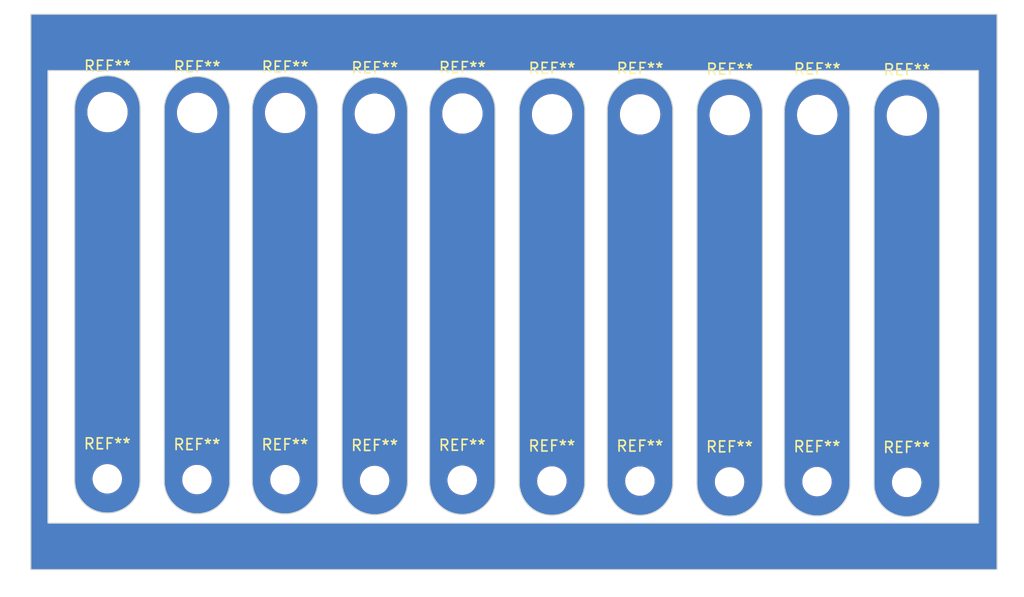
<source format=kicad_pcb>
(kicad_pcb (version 20221018) (generator pcbnew)
  (layers (0 "F.Cu" signal) (31 "B.Cu" signal) (34 "B.Paste" user) (35 "F.Paste" user) (36 "B.SilkS" user "B.Silkscreen") (37 "F.SilkS" user "F.Silkscreen") (38 "B.Mask" user) (39 "F.Mask" user) (44 "Edge.Cuts" user))
  (net 0 "")
  (footprint "MountingHole:MountingHole_2.2mm_M2" (layer "F.Cu") (at 142.6 89.13)
    (fp_text reference "REF**" (at 0 -3.2) (layer "F.SilkS"))
    (fp_text value "MountingHole_2.2mm_M2")
    (pad "" np_thru_hole circle (at 0 0) (size 2.2 2.2) (drill 2.2) (layers "*.Cu" "*.Mask"))
  )
  (footprint "MountingHole:MountingHole_2.2mm_M2" (layer "F.Cu") (at 134.55 89.12)
    (fp_text reference "REF**" (at 0 -3.2) (layer "F.SilkS"))
    (fp_text value "MountingHole_2.2mm_M2")
    (pad "" np_thru_hole circle (at 0 0) (size 2.2 2.2) (drill 2.2) (layers "*.Cu" "*.Mask"))
  )
  (footprint "MountingHole:MountingHole_3.2mm_M3" (layer "F.Cu") (at 126.37 55.51)
    (fp_text reference "REF**" (at 0 -4.2) (layer "F.SilkS"))
    (fp_text value "MountingHole_3.2mm_M3")
    (pad "" np_thru_hole circle (at 0 0) (size 3.2 3.2) (drill 3.2) (layers "*.Cu" "*.Mask"))
  )
  (footprint "MountingHole:MountingHole_3.2mm_M3" (layer "F.Cu") (at 183.28 55.79)
    (fp_text reference "REF**" (at 0 -4.2) (layer "F.SilkS"))
    (fp_text value "MountingHole_3.2mm_M3")
    (pad "" np_thru_hole circle (at 0 0) (size 3.2 3.2) (drill 3.2) (layers "*.Cu" "*.Mask"))
  )
  (footprint "MountingHole:MountingHole_3.2mm_M3" (layer "F.Cu") (at 134.57 55.58)
    (fp_text reference "REF**" (at 0 -4.2) (layer "F.SilkS"))
    (fp_text value "MountingHole_3.2mm_M3")
    (pad "" np_thru_hole circle (at 0 0) (size 3.2 3.2) (drill 3.2) (layers "*.Cu" "*.Mask"))
  )
  (footprint "MountingHole:MountingHole_2.2mm_M2" (layer "F.Cu") (at 191.25868 89.30868)
    (fp_text reference "REF**" (at 0 -3.2) (layer "F.SilkS"))
    (fp_text value "MountingHole_2.2mm_M2")
    (pad "" np_thru_hole circle (at 0 0) (size 2.2 2.2) (drill 2.2) (layers "*.Cu" "*.Mask"))
  )
  (footprint "MountingHole:MountingHole_3.2mm_M3" (layer "F.Cu") (at 175.08 55.72)
    (fp_text reference "REF**" (at 0 -4.2) (layer "F.SilkS"))
    (fp_text value "MountingHole_3.2mm_M3")
    (pad "" np_thru_hole circle (at 0 0) (size 3.2 3.2) (drill 3.2) (layers "*.Cu" "*.Mask"))
  )
  (footprint "MountingHole:MountingHole_3.2mm_M3" (layer "F.Cu") (at 150.82 55.66)
    (fp_text reference "REF**" (at 0 -4.2) (layer "F.SilkS"))
    (fp_text value "MountingHole_3.2mm_M3")
    (pad "" np_thru_hole circle (at 0 0) (size 3.2 3.2) (drill 3.2) (layers "*.Cu" "*.Mask"))
  )
  (footprint "MountingHole:MountingHole_2.2mm_M2" (layer "F.Cu") (at 175.06 89.26)
    (fp_text reference "REF**" (at 0 -3.2) (layer "F.SilkS"))
    (fp_text value "MountingHole_2.2mm_M2")
    (pad "" np_thru_hole circle (at 0 0) (size 2.2 2.2) (drill 2.2) (layers "*.Cu" "*.Mask"))
  )
  (footprint "MountingHole:MountingHole_3.2mm_M3" (layer "F.Cu") (at 142.62 55.59)
    (fp_text reference "REF**" (at 0 -4.2) (layer "F.SilkS"))
    (fp_text value "MountingHole_3.2mm_M3")
    (pad "" np_thru_hole circle (at 0 0) (size 3.2 3.2) (drill 3.2) (layers "*.Cu" "*.Mask"))
  )
  (footprint "MountingHole:MountingHole_3.2mm_M3" (layer "F.Cu") (at 191.27868 55.76868)
    (fp_text reference "REF**" (at 0 -4.2) (layer "F.SilkS"))
    (fp_text value "MountingHole_3.2mm_M3")
    (pad "" np_thru_hole circle (at 0 0) (size 3.2 3.2) (drill 3.2) (layers "*.Cu" "*.Mask"))
  )
  (footprint "MountingHole:MountingHole_3.2mm_M3" (layer "F.Cu") (at 199.47868 55.83868)
    (fp_text reference "REF**" (at 0 -4.2) (layer "F.SilkS"))
    (fp_text value "MountingHole_3.2mm_M3")
    (pad "" np_thru_hole circle (at 0 0) (size 3.2 3.2) (drill 3.2) (layers "*.Cu" "*.Mask"))
  )
  (footprint "MountingHole:MountingHole_2.2mm_M2" (layer "F.Cu") (at 199.45868 89.37868)
    (fp_text reference "REF**" (at 0 -3.2) (layer "F.SilkS"))
    (fp_text value "MountingHole_2.2mm_M2")
    (pad "" np_thru_hole circle (at 0 0) (size 2.2 2.2) (drill 2.2) (layers "*.Cu" "*.Mask"))
  )
  (footprint "MountingHole:MountingHole_2.2mm_M2" (layer "F.Cu") (at 126.35 89.05)
    (fp_text reference "REF**" (at 0 -3.2) (layer "F.SilkS"))
    (fp_text value "MountingHole_2.2mm_M2")
    (pad "" np_thru_hole circle (at 0 0) (size 2.2 2.2) (drill 2.2) (layers "*.Cu" "*.Mask"))
  )
  (footprint "MountingHole:MountingHole_2.2mm_M2" (layer "F.Cu") (at 183.26 89.33)
    (fp_text reference "REF**" (at 0 -3.2) (layer "F.SilkS"))
    (fp_text value "MountingHole_2.2mm_M2")
    (pad "" np_thru_hole circle (at 0 0) (size 2.2 2.2) (drill 2.2) (layers "*.Cu" "*.Mask"))
  )
  (footprint "MountingHole:MountingHole_3.2mm_M3" (layer "F.Cu") (at 158.83 55.64)
    (fp_text reference "REF**" (at 0 -4.2) (layer "F.SilkS"))
    (fp_text value "MountingHole_3.2mm_M3")
    (pad "" np_thru_hole circle (at 0 0) (size 3.2 3.2) (drill 3.2) (layers "*.Cu" "*.Mask"))
  )
  (footprint "MountingHole:MountingHole_3.2mm_M3" (layer "F.Cu") (at 167.03 55.71)
    (fp_text reference "REF**" (at 0 -4.2) (layer "F.SilkS"))
    (fp_text value "MountingHole_3.2mm_M3")
    (pad "" np_thru_hole circle (at 0 0) (size 3.2 3.2) (drill 3.2) (layers "*.Cu" "*.Mask"))
  )
  (footprint "MountingHole:MountingHole_2.2mm_M2" (layer "F.Cu") (at 150.8 89.2)
    (fp_text reference "REF**" (at 0 -3.2) (layer "F.SilkS"))
    (fp_text value "MountingHole_2.2mm_M2")
    (pad "" np_thru_hole circle (at 0 0) (size 2.2 2.2) (drill 2.2) (layers "*.Cu" "*.Mask"))
  )
  (footprint "MountingHole:MountingHole_2.2mm_M2" (layer "F.Cu") (at 167.01 89.25)
    (fp_text reference "REF**" (at 0 -3.2) (layer "F.SilkS"))
    (fp_text value "MountingHole_2.2mm_M2")
    (pad "" np_thru_hole circle (at 0 0) (size 2.2 2.2) (drill 2.2) (layers "*.Cu" "*.Mask"))
  )
  (footprint "MountingHole:MountingHole_2.2mm_M2" (layer "F.Cu") (at 158.81 89.18)
    (fp_text reference "REF**" (at 0 -3.2) (layer "F.SilkS"))
    (fp_text value "MountingHole_2.2mm_M2")
    (pad "" np_thru_hole circle (at 0 0) (size 2.2 2.2) (drill 2.2) (layers "*.Cu" "*.Mask"))
  )
  (gr_line (start 158.82 92.31) (end 158.82 92.31) (stroke (width 0.1)) (layer "Edge.Cuts"))
  (gr_arc (start 126.36 52.18) (mid 128.48132 53.05868) (end 129.36 55.18) (stroke (width 0.1)) (layer "Edge.Cuts"))
  (gr_arc (start 145.61 89.26) (mid 144.73132 91.38132) (end 142.61 92.26) (stroke (width 0.1)) (layer "Edge.Cuts"))
  (gr_arc (start 183.27 52.46) (mid 185.39132 53.33868) (end 186.27 55.46) (stroke (width 0.1)) (layer "Edge.Cuts"))
  (gr_line (start 129.36 55.18) (end 129.36 89.18) (stroke (width 0.1)) (layer "Edge.Cuts"))
  (gr_line (start 155.82 89.31) (end 155.82 55.31) (stroke (width 0.1)) (layer "Edge.Cuts"))
  (gr_line (start 178.07 55.39) (end 178.07 89.39) (stroke (width 0.1)) (layer "Edge.Cuts"))
  (gr_line (start 164.02 89.38) (end 164.02 55.38) (stroke (width 0.1)) (layer "Edge.Cuts"))
  (gr_line (start 170.02 55.38) (end 170.02 89.38) (stroke (width 0.1)) (layer "Edge.Cuts"))
  (gr_arc (start 161.82 89.31) (mid 160.94132 91.43132) (end 158.82 92.31) (stroke (width 0.1)) (layer "Edge.Cuts"))
  (gr_arc (start 186.27 89.46) (mid 185.39132 91.58132) (end 183.27 92.46) (stroke (width 0.1)) (layer "Edge.Cuts"))
  (gr_arc (start 139.61 55.26) (mid 140.48868 53.13868) (end 142.61 52.26) (stroke (width 0.1)) (layer "Edge.Cuts"))
  (gr_line (start 134.56 92.25) (end 134.56 92.25) (stroke (width 0.1)) (layer "Edge.Cuts"))
  (gr_arc (start 137.56 89.25) (mid 136.68132 91.37132) (end 134.56 92.25) (stroke (width 0.1)) (layer "Edge.Cuts"))
  (gr_arc (start 188.26868 55.43868) (mid 189.14736 53.31736) (end 191.26868 52.43868) (stroke (width 0.1)) (layer "Edge.Cuts"))
  (gr_line (start 172.07 89.39) (end 172.07 55.39) (stroke (width 0.1)) (layer "Edge.Cuts"))
  (gr_arc (start 134.56 92.25) (mid 132.43868 91.37132) (end 131.56 89.25) (stroke (width 0.1)) (layer "Edge.Cuts"))
  (gr_arc (start 175.07 52.39) (mid 177.19132 53.26868) (end 178.07 55.39) (stroke (width 0.1)) (layer "Edge.Cuts"))
  (gr_arc (start 183.27 92.46) (mid 181.14868 91.58132) (end 180.27 89.46) (stroke (width 0.1)) (layer "Edge.Cuts"))
  (gr_arc (start 202.46868 89.50868) (mid 201.59 91.63) (end 199.46868 92.50868) (stroke (width 0.1)) (layer "Edge.Cuts"))
  (gr_arc (start 147.81 55.33) (mid 148.68868 53.20868) (end 150.81 52.33) (stroke (width 0.1)) (layer "Edge.Cuts"))
  (gr_line (start 150.81 92.33) (end 150.81 92.33) (stroke (width 0.1)) (layer "Edge.Cuts"))
  (gr_line (start 191.26868 52.43868) (end 191.26868 52.43868) (stroke (width 0.1)) (layer "Edge.Cuts"))
  (gr_arc (start 164.02 55.38) (mid 164.89868 53.25868) (end 167.02 52.38) (stroke (width 0.1)) (layer "Edge.Cuts"))
  (gr_arc (start 153.81 89.33) (mid 152.93132 91.45132) (end 150.81 92.33) (stroke (width 0.1)) (layer "Edge.Cuts"))
  (gr_line (start 183.27 92.46) (end 183.27 92.46) (stroke (width 0.1)) (layer "Edge.Cuts"))
  (gr_arc (start 175.07 92.39) (mid 172.94868 91.51132) (end 172.07 89.39) (stroke (width 0.1)) (layer "Edge.Cuts"))
  (gr_line (start 191.26868 92.43868) (end 191.26868 92.43868) (stroke (width 0.1)) (layer "Edge.Cuts"))
  (gr_line (start 137.56 55.25) (end 137.56 89.25) (stroke (width 0.1)) (layer "Edge.Cuts"))
  (gr_arc (start 142.61 92.26) (mid 140.48868 91.38132) (end 139.61 89.26) (stroke (width 0.1)) (layer "Edge.Cuts"))
  (gr_line (start 202.46868 55.50868) (end 202.46868 89.50868) (stroke (width 0.1)) (layer "Edge.Cuts"))
  (gr_line (start 150.81 52.33) (end 150.81 52.33) (stroke (width 0.1)) (layer "Edge.Cuts"))
  (gr_line (start 131.56 89.25) (end 131.56 55.25) (stroke (width 0.1)) (layer "Edge.Cuts"))
  (gr_arc (start 199.46868 52.50868) (mid 201.59 53.38736) (end 202.46868 55.50868) (stroke (width 0.1)) (layer "Edge.Cuts"))
  (gr_line (start 142.61 52.26) (end 142.61 52.26) (stroke (width 0.1)) (layer "Edge.Cuts"))
  (gr_arc (start 178.07 89.39) (mid 177.19132 91.51132) (end 175.07 92.39) (stroke (width 0.1)) (layer "Edge.Cuts"))
  (gr_line (start 134.56 52.25) (end 134.56 52.25) (stroke (width 0.1)) (layer "Edge.Cuts"))
  (gr_line (start 175.07 92.39) (end 175.07 92.39) (stroke (width 0.1)) (layer "Edge.Cuts"))
  (gr_line (start 183.27 52.46) (end 183.27 52.46) (stroke (width 0.1)) (layer "Edge.Cuts"))
  (gr_line (start 180.27 89.46) (end 180.27 55.46) (stroke (width 0.1)) (layer "Edge.Cuts"))
  (gr_line (start 188.26868 89.43868) (end 188.26868 55.43868) (stroke (width 0.1)) (layer "Edge.Cuts"))
  (gr_arc (start 155.82 55.31) (mid 156.69868 53.18868) (end 158.82 52.31) (stroke (width 0.1)) (layer "Edge.Cuts"))
  (gr_arc (start 131.56 55.25) (mid 132.43868 53.12868) (end 134.56 52.25) (stroke (width 0.1)) (layer "Edge.Cuts"))
  (gr_line (start 145.61 55.26) (end 145.61 89.26) (stroke (width 0.1)) (layer "Edge.Cuts"))
  (gr_arc (start 150.81 92.33) (mid 148.68868 91.45132) (end 147.81 89.33) (stroke (width 0.1)) (layer "Edge.Cuts"))
  (gr_line (start 175.07 52.39) (end 175.07 52.39) (stroke (width 0.1)) (layer "Edge.Cuts"))
  (gr_arc (start 129.36 89.18) (mid 128.48132 91.30132) (end 126.36 92.18) (stroke (width 0.1)) (layer "Edge.Cuts"))
  (gr_arc (start 167.02 92.38) (mid 164.89868 91.50132) (end 164.02 89.38) (stroke (width 0.1)) (layer "Edge.Cuts"))
  (gr_arc (start 191.26868 92.43868) (mid 189.14736 91.56) (end 188.26868 89.43868) (stroke (width 0.1)) (layer "Edge.Cuts"))
  (gr_arc (start 126.36 92.18) (mid 124.23868 91.30132) (end 123.36 89.18) (stroke (width 0.1)) (layer "Edge.Cuts"))
  (gr_arc (start 134.56 52.25) (mid 136.68132 53.12868) (end 137.56 55.25) (stroke (width 0.1)) (layer "Edge.Cuts"))
  (gr_line (start 147.81 89.33) (end 147.81 55.33) (stroke (width 0.1)) (layer "Edge.Cuts"))
  (gr_arc (start 172.07 55.39) (mid 172.94868 53.26868) (end 175.07 52.39) (stroke (width 0.1)) (layer "Edge.Cuts"))
  (gr_arc (start 196.46868 55.50868) (mid 197.34736 53.38736) (end 199.46868 52.50868) (stroke (width 0.1)) (layer "Edge.Cuts"))
  (gr_rect (start 120.93 51.71) (end 206.03 93.1) (stroke (width 0.1)) (fill none) (layer "Edge.Cuts"))
  (gr_arc (start 158.82 52.31) (mid 160.94132 53.18868) (end 161.82 55.31) (stroke (width 0.1)) (layer "Edge.Cuts"))
  (gr_line (start 126.36 52.18) (end 126.36 52.18) (stroke (width 0.1)) (layer "Edge.Cuts"))
  (gr_arc (start 150.81 52.33) (mid 152.93132 53.20868) (end 153.81 55.33) (stroke (width 0.1)) (layer "Edge.Cuts"))
  (gr_arc (start 142.61 52.26) (mid 144.73132 53.13868) (end 145.61 55.26) (stroke (width 0.1)) (layer "Edge.Cuts"))
  (gr_line (start 196.46868 89.50868) (end 196.46868 55.50868) (stroke (width 0.1)) (layer "Edge.Cuts"))
  (gr_arc (start 167.02 52.38) (mid 169.14132 53.25868) (end 170.02 55.38) (stroke (width 0.1)) (layer "Edge.Cuts"))
  (gr_arc (start 123.36 55.18) (mid 124.23868 53.05868) (end 126.36 52.18) (stroke (width 0.1)) (layer "Edge.Cuts"))
  (gr_line (start 199.46868 52.50868) (end 199.46868 52.50868) (stroke (width 0.1)) (layer "Edge.Cuts"))
  (gr_line (start 139.61 89.26) (end 139.61 55.26) (stroke (width 0.1)) (layer "Edge.Cuts"))
  (gr_line (start 186.27 55.46) (end 186.27 89.46) (stroke (width 0.1)) (layer "Edge.Cuts"))
  (gr_line (start 161.82 55.31) (end 161.82 89.31) (stroke (width 0.1)) (layer "Edge.Cuts"))
  (gr_line (start 194.26868 55.43868) (end 194.26868 89.43868) (stroke (width 0.1)) (layer "Edge.Cuts"))
  (gr_arc (start 191.26868 52.43868) (mid 193.39 53.31736) (end 194.26868 55.43868) (stroke (width 0.1)) (layer "Edge.Cuts"))
  (gr_line (start 126.36 92.18) (end 126.36 92.18) (stroke (width 0.1)) (layer "Edge.Cuts"))
  (gr_line (start 167.02 52.38) (end 167.02 52.38) (stroke (width 0.1)) (layer "Edge.Cuts"))
  (gr_arc (start 180.27 55.46) (mid 181.14868 53.33868) (end 183.27 52.46) (stroke (width 0.1)) (layer "Edge.Cuts"))
  (gr_line (start 158.82 52.31) (end 158.82 52.31) (stroke (width 0.1)) (layer "Edge.Cuts"))
  (gr_arc (start 194.26868 89.43868) (mid 193.39 91.56) (end 191.26868 92.43868) (stroke (width 0.1)) (layer "Edge.Cuts"))
  (gr_line (start 142.61 92.26) (end 142.61 92.26) (stroke (width 0.1)) (layer "Edge.Cuts"))
  (gr_line (start 123.36 89.18) (end 123.36 55.18) (stroke (width 0.1)) (layer "Edge.Cuts"))
  (gr_rect (start 119.35 46.56) (end 207.73 97.35) (stroke (width 0.1)) (fill none) (layer "Edge.Cuts"))
  (gr_arc (start 170.02 89.38) (mid 169.14132 91.50132) (end 167.02 92.38) (stroke (width 0.1)) (layer "Edge.Cuts"))
  (gr_line (start 199.46868 92.50868) (end 199.46868 92.50868) (stroke (width 0.1)) (layer "Edge.Cuts"))
  (gr_line (start 167.02 92.38) (end 167.02 92.38) (stroke (width 0.1)) (layer "Edge.Cuts"))
  (gr_line (start 153.81 55.33) (end 153.81 89.33) (stroke (width 0.1)) (layer "Edge.Cuts"))
  (gr_arc (start 199.46868 92.50868) (mid 197.34736 91.63) (end 196.46868 89.50868) (stroke (width 0.1)) (layer "Edge.Cuts"))
  (gr_arc (start 158.82 92.31) (mid 156.69868 91.43132) (end 155.82 89.31) (stroke (width 0.1)) (layer "Edge.Cuts"))
  (zone (net 0) (net_name "") (layer "F.Cu") (connect_pads (clearance 0.5)) (min_thickness 0.25) (fill yes (thermal_gap 0.5) (thermal_bridge_width 0.5) (island_removal_mode 1) (island_area_min 10))
    (polygon (pts (xy 117.21 45.33) (xy 210.2 45.26) (xy 210.15 99.78) (xy 117.33 99.68)))
  )
  (zone (net 0) (net_name "") (layer "B.Cu") (priority 1) (connect_pads (clearance 0.5)) (min_thickness 0.25) (fill yes (thermal_gap 0.5) (thermal_bridge_width 0.5) (island_removal_mode 1) (island_area_min 10))
    (polygon (pts (xy 116.538724 45.370623) (xy 209.378724 45.370623) (xy 209.718724 99.880623) (xy 117.048724 99.710623)))
  )
)
</source>
